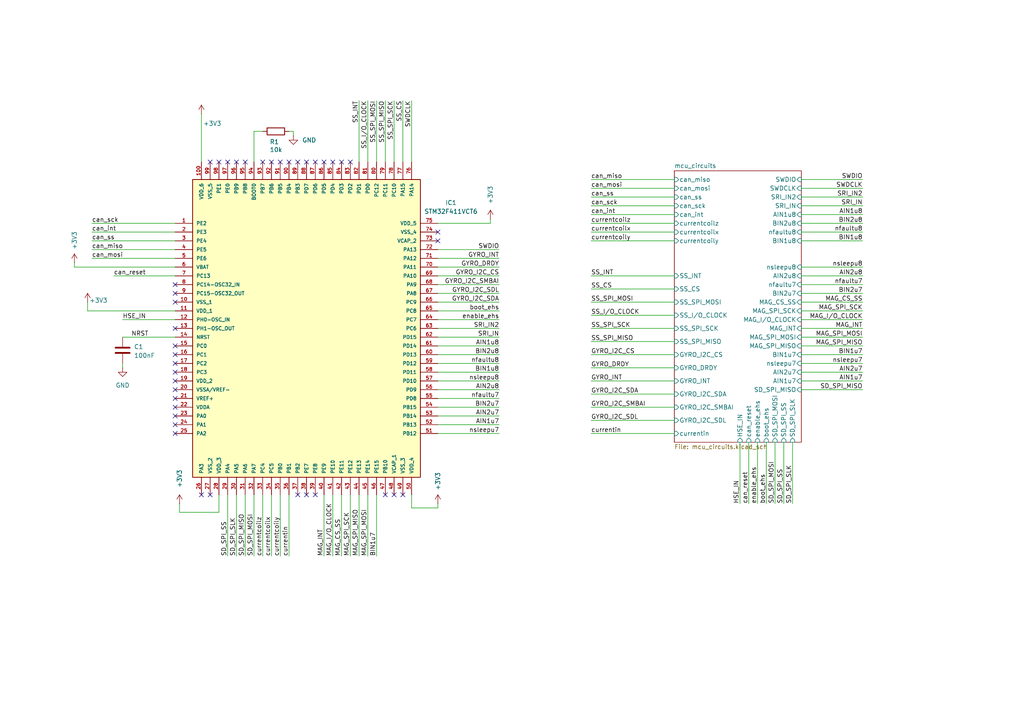
<source format=kicad_sch>
(kicad_sch (version 20231120) (generator "eeschema") (generator_version "8.0")
  (paper "A4")
  (title_block (title "Atitude determination and control system") (date "2025-02-04") (rev "1.0") (company "SpaceLab - Federal University of Santa catarina") (comment 1 "Eng. Felipe Juliano - felipecostajuliano@live.com"))
  (lib_symbols
    (symbol "Device:C" (pin_numbers hide) (pin_names (offset 0.254))
      (property "Reference" "C" (at 0.635 2.54 0))
      (property "Value" "C" (at 0.635 -2.54 0))
      (symbol "C_0_1"
        (polyline (pts (xy -2.032 -0.762) (xy 2.032 -0.762)) (stroke (width 0.508)))
        (polyline (pts (xy -2.032 0.762) (xy 2.032 0.762)) (stroke (width 0.508)))
      )
      (symbol "C_1_1"
        (pin passive line (at 0 3.81 270) (length 2.794) (name "~") (number "1"))
        (pin passive line (at 0 -3.81 90) (length 2.794) (name "~") (number "2"))
      )
    )
    (symbol "Device:R" (pin_numbers hide) (pin_names (offset 0))
      (property "Reference" "R" (at 2.032 0 90))
      (property "Value" "R" (at 0 0 90))
      (symbol "R_0_1"
        (rectangle (start -1.016 -2.54) (end 1.016 2.54) (stroke (width 0.254)))
      )
      (symbol "R_1_1"
        (pin passive line (at 0 3.81 270) (length 1.27) (name "~") (number "1"))
        (pin passive line (at 0 -3.81 90) (length 1.27) (name "~") (number "2"))
      )
    )
    (symbol "adcs_board:STM32F411VCT6" (pin_names (offset 1.016))
      (property "Reference" "IC" (at 72.39 17.78 0))
      (property "Value" "STM32F411VCT6" (at 72.39 15.24 0))
      (symbol "STM32F411VCT6_0_0"
        (rectangle (start 5.08 -73.66) (end 71.12 12.7) (stroke (width 0.254)) (fill (type background)))
        (pin bidirectional line (at 0 0 0) (length 5.08) (name "PE2") (number "1"))
        (pin bidirectional line (at 0 -22.86 0) (length 5.08) (name "VSS_1") (number "10"))
        (pin bidirectional line (at 7.62 17.78 270) (length 5.08) (name "VDD_6") (number "100"))
        (pin bidirectional line (at 0 -25.4 0) (length 5.08) (name "VDD_1") (number "11"))
        (pin bidirectional line (at 0 -27.94 0) (length 5.08) (name "PH0-OSC_IN") (number "12"))
        (pin bidirectional line (at 0 -30.48 0) (length 5.08) (name "PH1-OSC_OUT") (number "13"))
        (pin bidirectional line (at 0 -33.02 0) (length 5.08) (name "NRST") (number "14"))
        (pin bidirectional line (at 0 -35.56 0) (length 5.08) (name "PC0") (number "15"))
        (pin bidirectional line (at 0 -38.1 0) (length 5.08) (name "PC1") (number "16"))
        (pin bidirectional line (at 0 -40.64 0) (length 5.08) (name "PC2") (number "17"))
        (pin bidirectional line (at 0 -43.18 0) (length 5.08) (name "PC3") (number "18"))
        (pin bidirectional line (at 0 -45.72 0) (length 5.08) (name "VDD_2") (number "19"))
        (pin bidirectional line (at 0 -2.54 0) (length 5.08) (name "PE3") (number "2"))
        (pin bidirectional line (at 0 -48.26 0) (length 5.08) (name "VSSA/VREF-") (number "20"))
        (pin bidirectional line (at 0 -50.8 0) (length 5.08) (name "VREF+") (number "21"))
        (pin bidirectional line (at 0 -53.34 0) (length 5.08) (name "VDDA") (number "22"))
        (pin bidirectional line (at 0 -55.88 0) (length 5.08) (name "PA0") (number "23"))
        (pin bidirectional line (at 0 -58.42 0) (length 5.08) (name "PA1") (number "24"))
        (pin bidirectional line (at 0 -60.96 0) (length 5.08) (name "PA2") (number "25"))
        (pin bidirectional line (at 7.62 -78.74 90) (length 5.08) (name "PA3") (number "26"))
        (pin bidirectional line (at 10.16 -78.74 90) (length 5.08) (name "VSS_2") (number "27"))
        (pin bidirectional line (at 12.7 -78.74 90) (length 5.08) (name "VDD_3") (number "28"))
        (pin bidirectional line (at 15.24 -78.74 90) (length 5.08) (name "PA4") (number "29"))
        (pin bidirectional line (at 0 -5.08 0) (length 5.08) (name "PE4") (number "3"))
        (pin bidirectional line (at 17.78 -78.74 90) (length 5.08) (name "PA5") (number "30"))
        (pin bidirectional line (at 20.32 -78.74 90) (length 5.08) (name "PA6") (number "31"))
        (pin bidirectional line (at 22.86 -78.74 90) (length 5.08) (name "PA7") (number "32"))
        (pin bidirectional line (at 25.4 -78.74 90) (length 5.08) (name "PC4") (number "33"))
        (pin bidirectional line (at 27.94 -78.74 90) (length 5.08) (name "PC5") (number "34"))
        (pin bidirectional line (at 30.48 -78.74 90) (length 5.08) (name "PB0") (number "35"))
        (pin bidirectional line (at 33.02 -78.74 90) (length 5.08) (name "PB1") (number "36"))
        (pin bidirectional line (at 35.56 -78.74 90) (length 5.08) (name "PB2") (number "37"))
        (pin bidirectional line (at 38.1 -78.74 90) (length 5.08) (name "PE7") (number "38"))
        (pin bidirectional line (at 40.64 -78.74 90) (length 5.08) (name "PE8") (number "39"))
        (pin bidirectional line (at 0 -7.62 0) (length 5.08) (name "PE5") (number "4"))
        (pin bidirectional line (at 43.18 -78.74 90) (length 5.08) (name "PE9") (number "40"))
        (pin bidirectional line (at 45.72 -78.74 90) (length 5.08) (name "PE10") (number "41"))
        (pin bidirectional line (at 48.26 -78.74 90) (length 5.08) (name "PE11") (number "42"))
        (pin bidirectional line (at 50.8 -78.74 90) (length 5.08) (name "PE12") (number "43"))
        (pin bidirectional line (at 53.34 -78.74 90) (length 5.08) (name "PE13") (number "44"))
        (pin bidirectional line (at 55.88 -78.74 90) (length 5.08) (name "PE14") (number "45"))
        (pin bidirectional line (at 58.42 -78.74 90) (length 5.08) (name "PE15") (number "46"))
        (pin bidirectional line (at 60.96 -78.74 90) (length 5.08) (name "PB10") (number "47"))
        (pin bidirectional line (at 63.5 -78.74 90) (length 5.08) (name "VCAP_1") (number "48"))
        (pin bidirectional line (at 66.04 -78.74 90) (length 5.08) (name "VSS_3") (number "49"))
        (pin bidirectional line (at 0 -10.16 0) (length 5.08) (name "PE6") (number "5"))
        (pin bidirectional line (at 68.58 -78.74 90) (length 5.08) (name "VDD_4") (number "50"))
        (pin bidirectional line (at 76.2 -60.96 180) (length 5.08) (name "PB12") (number "51"))
        (pin bidirectional line (at 76.2 -58.42 180) (length 5.08) (name "PB13") (number "52"))
        (pin bidirectional line (at 76.2 -55.88 180) (length 5.08) (name "PB14") (number "53"))
        (pin bidirectional line (at 76.2 -53.34 180) (length 5.08) (name "PB15") (number "54"))
        (pin bidirectional line (at 76.2 -50.8 180) (length 5.08) (name "PD8") (number "55"))
        (pin bidirectional line (at 76.2 -48.26 180) (length 5.08) (name "PD9") (number "56"))
        (pin bidirectional line (at 76.2 -45.72 180) (length 5.08) (name "PD10") (number "57"))
        (pin bidirectional line (at 76.2 -43.18 180) (length 5.08) (name "PD11") (number "58"))
        (pin bidirectional line (at 76.2 -40.64 180) (length 5.08) (name "PD12") (number "59"))
        (pin bidirectional line (at 0 -12.7 0) (length 5.08) (name "VBAT") (number "6"))
        (pin bidirectional line (at 76.2 -38.1 180) (length 5.08) (name "PD13") (number "60"))
        (pin bidirectional line (at 76.2 -35.56 180) (length 5.08) (name "PD14") (number "61"))
        (pin bidirectional line (at 76.2 -33.02 180) (length 5.08) (name "PD15") (number "62"))
        (pin bidirectional line (at 76.2 -30.48 180) (length 5.08) (name "PC6") (number "63"))
        (pin bidirectional line (at 76.2 -27.94 180) (length 5.08) (name "PC7") (number "64"))
        (pin bidirectional line (at 76.2 -25.4 180) (length 5.08) (name "PC8") (number "65"))
        (pin bidirectional line (at 76.2 -22.86 180) (length 5.08) (name "PC9") (number "66"))
        (pin bidirectional line (at 76.2 -20.32 180) (length 5.08) (name "PA8") (number "67"))
        (pin bidirectional line (at 76.2 -17.78 180) (length 5.08) (name "PA9") (number "68"))
        (pin bidirectional line (at 76.2 -15.24 180) (length 5.08) (name "PA10") (number "69"))
        (pin bidirectional line (at 0 -15.24 0) (length 5.08) (name "PC13") (number "7"))
        (pin bidirectional line (at 76.2 -12.7 180) (length 5.08) (name "PA11") (number "70"))
        (pin bidirectional line (at 76.2 -10.16 180) (length 5.08) (name "PA12") (number "71"))
        (pin bidirectional line (at 76.2 -7.62 180) (length 5.08) (name "PA13") (number "72"))
        (pin bidirectional line (at 76.2 -5.08 180) (length 5.08) (name "VCAP_2") (number "73"))
        (pin bidirectional line (at 76.2 -2.54 180) (length 5.08) (name "VSS_4") (number "74"))
        (pin bidirectional line (at 76.2 0 180) (length 5.08) (name "VDD_5") (number "75"))
        (pin bidirectional line (at 68.58 17.78 270) (length 5.08) (name "PA14") (number "76"))
        (pin bidirectional line (at 66.04 17.78 270) (length 5.08) (name "PA15") (number "77"))
        (pin bidirectional line (at 63.5 17.78 270) (length 5.08) (name "PC10") (number "78"))
        (pin bidirectional line (at 60.96 17.78 270) (length 5.08) (name "PC11") (number "79"))
        (pin bidirectional line (at 0 -17.78 0) (length 5.08) (name "PC14-OSC32_IN") (number "8"))
        (pin bidirectional line (at 58.42 17.78 270) (length 5.08) (name "PC12") (number "80"))
        (pin bidirectional line (at 55.88 17.78 270) (length 5.08) (name "PD0") (number "81"))
        (pin bidirectional line (at 53.34 17.78 270) (length 5.08) (name "PD1") (number "82"))
        (pin bidirectional line (at 50.8 17.78 270) (length 5.08) (name "PD2") (number "83"))
        (pin bidirectional line (at 48.26 17.78 270) (length 5.08) (name "PD3") (number "84"))
        (pin bidirectional line (at 45.72 17.78 270) (length 5.08) (name "PD4") (number "85"))
        (pin bidirectional line (at 43.18 17.78 270) (length 5.08) (name "PD5") (number "86"))
        (pin bidirectional line (at 40.64 17.78 270) (length 5.08) (name "PD6") (number "87"))
        (pin bidirectional line (at 38.1 17.78 270) (length 5.08) (name "PD7") (number "88"))
        (pin bidirectional line (at 35.56 17.78 270) (length 5.08) (name "PB3") (number "89"))
        (pin bidirectional line (at 0 -20.32 0) (length 5.08) (name "PC15-OSC32_OUT") (number "9"))
        (pin bidirectional line (at 33.02 17.78 270) (length 5.08) (name "PB4") (number "90"))
        (pin bidirectional line (at 30.48 17.78 270) (length 5.08) (name "PB5") (number "91"))
        (pin bidirectional line (at 27.94 17.78 270) (length 5.08) (name "PB6") (number "92"))
        (pin bidirectional line (at 25.4 17.78 270) (length 5.08) (name "PB7") (number "93"))
        (pin bidirectional line (at 22.86 17.78 270) (length 5.08) (name "BOOT0") (number "94"))
        (pin bidirectional line (at 20.32 17.78 270) (length 5.08) (name "PB8") (number "95"))
        (pin bidirectional line (at 17.78 17.78 270) (length 5.08) (name "PB9") (number "96"))
        (pin bidirectional line (at 15.24 17.78 270) (length 5.08) (name "PE0") (number "97"))
        (pin bidirectional line (at 12.7 17.78 270) (length 5.08) (name "PE1") (number "98"))
        (pin bidirectional line (at 10.16 17.78 270) (length 5.08) (name "VSS_5") (number "99"))
      )
    )
    (symbol "power:+3V3" (power) (pin_numbers hide) (pin_names (offset 0) hide)
      (property "Value" "+3V3" (at 0 3.556 0))
      (symbol "+3V3_0_1"
        (polyline (pts (xy -0.762 1.27) (xy 0 2.54)))
        (polyline (pts (xy 0 0) (xy 0 2.54)))
        (polyline (pts (xy 0 2.54) (xy 0.762 1.27)))
      )
      (symbol "+3V3_1_1"
        (pin power_in line (at 0 0 90) (length 0) (name "~") (number "1"))
      )
    )
    (symbol "power:GND" (power) (pin_numbers hide) (pin_names (offset 0) hide)
      (property "Value" "GND" (at 0 -3.81 0))
      (symbol "GND_0_1"
        (polyline (pts (xy 0 0) (xy 0 -1.27) (xy 1.27 -1.27) (xy 0 -2.54) (xy -1.27 -1.27) (xy 0 -1.27)))
      )
      (symbol "GND_1_1"
        (pin power_in line (at 0 0 270) (length 0) (name "~") (number "1"))
      )
    )
  )
  (no_connect (at 116.84 143.51))
  (no_connect (at 50.8 100.33))
  (no_connect (at 50.8 85.09))
  (no_connect (at 76.2 46.99))
  (no_connect (at 86.36 143.51))
  (no_connect (at 81.28 46.99))
  (no_connect (at 63.5 46.99))
  (no_connect (at 50.8 113.03))
  (no_connect (at 91.44 46.99))
  (no_connect (at 71.12 46.99))
  (no_connect (at 58.42 143.51))
  (no_connect (at 50.8 82.55))
  (no_connect (at 50.8 123.19))
  (no_connect (at 50.8 125.73))
  (no_connect (at 127 69.85))
  (no_connect (at 99.06 46.99))
  (no_connect (at 91.44 143.51))
  (no_connect (at 50.8 95.25))
  (no_connect (at 86.36 46.99))
  (no_connect (at 50.8 87.63))
  (no_connect (at 66.04 46.99))
  (no_connect (at 114.3 143.51))
  (no_connect (at 50.8 105.41))
  (no_connect (at 50.8 118.11))
  (no_connect (at 93.98 46.99))
  (no_connect (at 111.76 143.51))
  (no_connect (at 83.82 46.99))
  (no_connect (at 78.74 46.99))
  (no_connect (at 101.6 46.99))
  (no_connect (at 88.9 143.51))
  (no_connect (at 50.8 102.87))
  (no_connect (at 50.8 107.95))
  (no_connect (at 50.8 120.65))
  (no_connect (at 127 67.31))
  (no_connect (at 96.52 46.99))
  (no_connect (at 68.58 46.99))
  (no_connect (at 60.96 143.51))
  (no_connect (at 88.9 46.99))
  (no_connect (at 50.8 110.49))
  (no_connect (at 50.8 115.57))
  (no_connect (at 60.96 46.99))
  (wire (pts (xy 50.8 67.31) (xy 26.67 67.31)))
  (wire (pts (xy 35.56 97.79) (xy 50.8 97.79)))
  (wire (pts (xy 195.58 67.31) (xy 171.45 67.31)))
  (wire (pts (xy 68.58 143.51) (xy 68.58 161.29)))
  (wire (pts (xy 52.07 148.59) (xy 63.5 148.59)))
  (wire (pts (xy 195.58 69.85) (xy 171.45 69.85)))
  (wire (pts (xy 127 85.09) (xy 144.78 85.09)))
  (wire (pts (xy 195.58 54.61) (xy 171.45 54.61)))
  (wire (pts (xy 127 90.17) (xy 144.78 90.17)))
  (wire (pts (xy 250.19 113.03) (xy 232.41 113.03)))
  (wire (pts (xy 25.4 90.17) (xy 50.8 90.17)))
  (wire (pts (xy 144.78 102.87) (xy 127 102.87)))
  (wire (pts (xy 83.82 143.51) (xy 83.82 161.29)))
  (wire (pts (xy 144.78 110.49) (xy 127 110.49)))
  (wire (pts (xy 222.25 128.27) (xy 222.25 146.05)))
  (wire (pts (xy 73.66 143.51) (xy 73.66 161.29)))
  (wire (pts (xy 250.19 110.49) (xy 232.41 110.49)))
  (wire (pts (xy 76.2 38.1) (xy 73.66 38.1)))
  (wire (pts (xy 250.19 107.95) (xy 232.41 107.95)))
  (wire (pts (xy 195.58 95.25) (xy 171.45 95.25)))
  (wire (pts (xy 21.59 76.2) (xy 21.59 77.47)))
  (wire (pts (xy 144.78 95.25) (xy 127 95.25)))
  (wire (pts (xy 219.71 128.27) (xy 219.71 146.05)))
  (wire (pts (xy 250.19 85.09) (xy 232.41 85.09)))
  (wire (pts (xy 144.78 105.41) (xy 127 105.41)))
  (wire (pts (xy 144.78 123.19) (xy 127 123.19)))
  (wire (pts (xy 195.58 121.92) (xy 171.45 121.92)))
  (wire (pts (xy 195.58 64.77) (xy 171.45 64.77)))
  (wire (pts (xy 127 74.93) (xy 144.78 74.93)))
  (wire (pts (xy 96.52 161.29) (xy 96.52 143.51)))
  (wire (pts (xy 195.58 59.69) (xy 171.45 59.69)))
  (wire (pts (xy 111.76 46.99) (xy 111.76 29.21)))
  (wire (pts (xy 21.59 77.47) (xy 50.8 77.47)))
  (wire (pts (xy 93.98 143.51) (xy 93.98 161.29)))
  (wire (pts (xy 195.58 114.3) (xy 171.45 114.3)))
  (wire (pts (xy 144.78 107.95) (xy 127 107.95)))
  (wire (pts (xy 250.19 62.23) (xy 232.41 62.23)))
  (wire (pts (xy 66.04 143.51) (xy 66.04 161.29)))
  (wire (pts (xy 250.19 67.31) (xy 232.41 67.31)))
  (wire (pts (xy 229.87 128.27) (xy 229.87 146.05)))
  (wire (pts (xy 195.58 83.82) (xy 171.45 83.82)))
  (wire (pts (xy 35.56 105.41) (xy 35.56 106.68)))
  (wire (pts (xy 250.19 54.61) (xy 232.41 54.61)))
  (wire (pts (xy 50.8 80.01) (xy 33.02 80.01)))
  (wire (pts (xy 144.78 100.33) (xy 127 100.33)))
  (wire (pts (xy 195.58 91.44) (xy 171.45 91.44)))
  (wire (pts (xy 52.07 148.59) (xy 52.07 146.05)))
  (wire (pts (xy 127 92.71) (xy 144.78 92.71)))
  (wire (pts (xy 58.42 46.99) (xy 58.42 33.02)))
  (wire (pts (xy 127 147.32) (xy 127 146.05)))
  (wire (pts (xy 99.06 161.29) (xy 99.06 143.51)))
  (wire (pts (xy 250.19 87.63) (xy 232.41 87.63)))
  (wire (pts (xy 224.79 128.27) (xy 224.79 146.05)))
  (wire (pts (xy 83.82 38.1) (xy 85.09 38.1)))
  (wire (pts (xy 250.19 97.79) (xy 232.41 97.79)))
  (wire (pts (xy 50.8 69.85) (xy 26.67 69.85)))
  (wire (pts (xy 250.19 82.55) (xy 232.41 82.55)))
  (wire (pts (xy 76.2 143.51) (xy 76.2 161.29)))
  (wire (pts (xy 119.38 147.32) (xy 119.38 143.51)))
  (wire (pts (xy 250.19 57.15) (xy 232.41 57.15)))
  (wire (pts (xy 78.74 143.51) (xy 78.74 161.29)))
  (wire (pts (xy 85.09 38.1) (xy 85.09 39.37)))
  (wire (pts (xy 214.63 128.27) (xy 214.63 146.05)))
  (wire (pts (xy 250.19 102.87) (xy 232.41 102.87)))
  (wire (pts (xy 195.58 102.87) (xy 171.45 102.87)))
  (wire (pts (xy 104.14 46.99) (xy 104.14 29.21)))
  (wire (pts (xy 250.19 69.85) (xy 232.41 69.85)))
  (wire (pts (xy 250.19 95.25) (xy 232.41 95.25)))
  (wire (pts (xy 127 147.32) (xy 119.38 147.32)))
  (wire (pts (xy 195.58 62.23) (xy 171.45 62.23)))
  (wire (pts (xy 109.22 46.99) (xy 109.22 29.21)))
  (wire (pts (xy 250.19 64.77) (xy 232.41 64.77)))
  (wire (pts (xy 104.14 143.51) (xy 104.14 161.29)))
  (wire (pts (xy 195.58 57.15) (xy 171.45 57.15)))
  (wire (pts (xy 25.4 87.63) (xy 25.4 90.17)))
  (wire (pts (xy 127 80.01) (xy 144.78 80.01)))
  (wire (pts (xy 250.19 80.01) (xy 232.41 80.01)))
  (wire (pts (xy 144.78 120.65) (xy 127 120.65)))
  (wire (pts (xy 50.8 72.39) (xy 26.67 72.39)))
  (wire (pts (xy 195.58 118.11) (xy 171.45 118.11)))
  (wire (pts (xy 50.8 74.93) (xy 26.67 74.93)))
  (wire (pts (xy 35.56 92.71) (xy 50.8 92.71)))
  (wire (pts (xy 144.78 113.03) (xy 127 113.03)))
  (wire (pts (xy 106.68 161.29) (xy 106.68 143.51)))
  (wire (pts (xy 101.6 161.29) (xy 101.6 143.51)))
  (wire (pts (xy 81.28 143.51) (xy 81.28 161.29)))
  (wire (pts (xy 71.12 161.29) (xy 71.12 143.51)))
  (wire (pts (xy 250.19 90.17) (xy 232.41 90.17)))
  (wire (pts (xy 114.3 46.99) (xy 114.3 29.21)))
  (wire (pts (xy 127 82.55) (xy 144.78 82.55)))
  (wire (pts (xy 195.58 52.07) (xy 171.45 52.07)))
  (wire (pts (xy 144.78 118.11) (xy 127 118.11)))
  (wire (pts (xy 144.78 125.73) (xy 127 125.73)))
  (wire (pts (xy 127 77.47) (xy 144.78 77.47)))
  (wire (pts (xy 195.58 106.68) (xy 171.45 106.68)))
  (wire (pts (xy 195.58 87.63) (xy 171.45 87.63)))
  (wire (pts (xy 116.84 46.99) (xy 116.84 29.21)))
  (wire (pts (xy 250.19 105.41) (xy 232.41 105.41)))
  (wire (pts (xy 142.24 63.5) (xy 142.24 64.77)))
  (wire (pts (xy 144.78 97.79) (xy 127 97.79)))
  (wire (pts (xy 144.78 115.57) (xy 127 115.57)))
  (wire (pts (xy 250.19 59.69) (xy 232.41 59.69)))
  (wire (pts (xy 127 87.63) (xy 144.78 87.63)))
  (wire (pts (xy 250.19 52.07) (xy 232.41 52.07)))
  (wire (pts (xy 195.58 125.73) (xy 171.45 125.73)))
  (wire (pts (xy 73.66 38.1) (xy 73.66 46.99)))
  (wire (pts (xy 250.19 77.47) (xy 232.41 77.47)))
  (wire (pts (xy 195.58 80.01) (xy 171.45 80.01)))
  (wire (pts (xy 106.68 46.99) (xy 106.68 29.21)))
  (wire (pts (xy 109.22 161.29) (xy 109.22 143.51)))
  (wire (pts (xy 250.19 92.71) (xy 232.41 92.71)))
  (wire (pts (xy 142.24 64.77) (xy 127 64.77)))
  (wire (pts (xy 217.17 128.27) (xy 217.17 146.05)))
  (wire (pts (xy 119.38 29.21) (xy 119.38 46.99)))
  (wire (pts (xy 144.78 72.39) (xy 127 72.39)))
  (wire (pts (xy 250.19 100.33) (xy 232.41 100.33)))
  (wire (pts (xy 50.8 64.77) (xy 26.67 64.77)))
  (wire (pts (xy 195.58 99.06) (xy 171.45 99.06)))
  (wire (pts (xy 195.58 110.49) (xy 171.45 110.49)))
  (wire (pts (xy 63.5 148.59) (xy 63.5 143.51)))
  (wire (pts (xy 227.33 128.27) (xy 227.33 146.05)))
  (label "MAG_INT" (at 93.98 161.29 90))
  (label "SS_CS" (at 116.84 29.21 270))
  (label "NRST" (at 38.1 97.79 0))
  (label "SS_I{slash}O_CLOCK" (at 106.68 29.21 270))
  (label "SRI_IN2" (at 250.19 57.15 180))
  (label "GYRO_INT" (at 171.45 110.49 0))
  (label "AIN2u8" (at 144.78 113.03 180))
  (label "MAG_CS_SS" (at 99.06 161.29 90))
  (label "can_ss" (at 171.45 57.15 0))
  (label "BIN2u8" (at 144.78 102.87 180))
  (label "SD_SPI_SS" (at 227.33 146.05 90))
  (label "GYRO_DRDY" (at 171.45 106.68 0))
  (label "MAG_SPI_MISO" (at 250.19 100.33 180))
  (label "currentin" (at 171.45 125.73 0))
  (label "AIN2u7" (at 250.19 107.95 180))
  (label "currentcoilx" (at 171.45 67.31 0))
  (label "SS_SPI_MISO" (at 111.76 29.21 270))
  (label "SD_SPI_MOSI" (at 224.79 146.05 90))
  (label "SS_INT" (at 171.45 80.01 0))
  (label "SD_SPI_SLK" (at 68.58 161.29 90))
  (label "SWDIO" (at 144.78 72.39 180))
  (label "BIN1u8" (at 250.19 69.85 180))
  (label "GYRO_I2C_SDA" (at 171.45 114.3 0))
  (label "BIN1u7" (at 109.22 161.29 90))
  (label "can_sck" (at 171.45 59.69 0))
  (label "nfaultu7" (at 250.19 82.55 180))
  (label "SD_SPI_SLK" (at 229.87 146.05 90))
  (label "MAG_I{slash}O_CLOCK" (at 250.19 92.71 180))
  (label "MAG_SPI_MOSI" (at 106.68 161.29 90))
  (label "can_int" (at 26.67 67.31 0))
  (label "can_miso" (at 171.45 52.07 0))
  (label "nfaultu8" (at 250.19 67.31 180))
  (label "nfaultu7" (at 144.78 115.57 180))
  (label "SRI_IN" (at 250.19 59.69 180))
  (label "SRI_IN" (at 144.78 97.79 180))
  (label "GYRO_I2C_SDL" (at 171.45 121.92 0))
  (label "SS_SPI_SCK" (at 171.45 95.25 0))
  (label "currentcoily" (at 81.28 161.29 90))
  (label "MAG_SPI_SCK" (at 101.6 161.29 90))
  (label "GYRO_I2C_SMBAI" (at 144.78 82.55 180))
  (label "AIN1u7" (at 250.19 110.49 180))
  (label "nsleepu7" (at 144.78 125.73 180))
  (label "AIN1u8" (at 250.19 62.23 180))
  (label "GYRO_I2C_CS" (at 144.78 80.01 180))
  (label "nfaultu8" (at 144.78 105.41 180))
  (label "BIN2u8" (at 250.19 64.77 180))
  (label "currentcoily" (at 171.45 69.85 0))
  (label "currentcoilz" (at 171.45 64.77 0))
  (label "nsleepu8" (at 250.19 77.47 180))
  (label "SS_I{slash}O_CLOCK" (at 171.45 91.44 0))
  (label "can_reset" (at 33.02 80.01 0))
  (label "SD_SPI_MISO" (at 250.19 113.03 180))
  (label "SS_CS" (at 171.45 83.82 0))
  (label "SS_SPI_MOSI" (at 109.22 29.21 270))
  (label "can_sck" (at 26.67 64.77 0))
  (label "MAG_INT" (at 250.19 95.25 180))
  (label "AIN2u7" (at 144.78 120.65 180))
  (label "MAG_SPI_MISO" (at 104.14 161.29 90))
  (label "boot_ehs" (at 144.78 90.17 180))
  (label "boot_ehs" (at 222.25 146.05 90))
  (label "HSE_IN" (at 35.56 92.71 0))
  (label "GYRO_I2C_SMBAI" (at 171.45 118.11 0))
  (label "SS_SPI_SCK" (at 114.3 29.21 270))
  (label "can_reset" (at 217.17 146.05 90))
  (label "SWDCLK" (at 250.19 54.61 180))
  (label "BIN2u7" (at 144.78 118.11 180))
  (label "BIN2u7" (at 250.19 85.09 180))
  (label "MAG_SPI_SCK" (at 250.19 90.17 180))
  (label "BIN1u8" (at 144.78 107.95 180))
  (label "GYRO_INT" (at 144.78 74.93 180))
  (label "SD_SPI_MOSI" (at 73.66 161.29 90))
  (label "SRI_IN2" (at 144.78 95.25 180))
  (label "can_miso" (at 26.67 72.39 0))
  (label "can_mosi" (at 171.45 54.61 0))
  (label "SS_INT" (at 104.14 29.21 270))
  (label "enable_ehs" (at 144.78 92.71 180))
  (label "GYRO_I2C_SDL" (at 144.78 85.09 180))
  (label "SD_SPI_MISO" (at 71.12 161.29 90))
  (label "MAG_I{slash}O_CLOCK" (at 96.52 161.29 90))
  (label "SD_SPI_SS" (at 66.04 161.29 90))
  (label "currentcoilx" (at 78.74 161.29 90))
  (label "AIN1u8" (at 144.78 100.33 180))
  (label "SWDIO" (at 250.19 52.07 180))
  (label "SWDCLK" (at 119.38 29.21 270))
  (label "AIN2u8" (at 250.19 80.01 180))
  (label "BIN1u7" (at 250.19 102.87 180))
  (label "MAG_SPI_MOSI" (at 250.19 97.79 180))
  (label "enable_ehs" (at 219.71 146.05 90))
  (label "nsleepu8" (at 144.78 110.49 180))
  (label "SS_SPI_MISO" (at 171.45 99.06 0))
  (label "HSE_IN" (at 214.63 146.05 90))
  (label "can_ss" (at 26.67 69.85 0))
  (label "can_int" (at 171.45 62.23 0))
  (label "nsleepu7" (at 250.19 105.41 180))
  (label "AIN1u7" (at 144.78 123.19 180))
  (label "can_mosi" (at 26.67 74.93 0))
  (label "currentcoilz" (at 76.2 161.29 90))
  (label "GYRO_I2C_SDA" (at 144.78 87.63 180))
  (label "SS_SPI_MOSI" (at 171.45 87.63 0))
  (label "GYRO_I2C_CS" (at 171.45 102.87 0))
  (label "currentin" (at 83.82 161.29 90))
  (label "GYRO_DRDY" (at 144.78 77.47 180))
  (label "MAG_CS_SS" (at 250.19 87.63 180))
  (symbol (lib_id "power:+3V3") (at 127 146.05 0) (unit 1)
    (property "Reference" "#PWR06" (effects (hide yes)))
    (property "Value" "+3V3" (at 127 142.24 90) (effects (justify left)))
    (property "Description" "Power symbol creates a global label with name \"+3V3\"" (effects (hide yes)))
  )
  (symbol (lib_id "power:+3V3") (at 52.07 146.05 0) (unit 1)
    (property "Reference" "#PWR07" (effects (hide yes)))
    (property "Value" "+3V3" (at 52.07 141.478 90) (effects (justify left)))
    (property "Description" "Power symbol creates a global label with name \"+3V3\"" (effects (hide yes)))
  )
  (symbol (lib_id "adcs_board:STM32F411VCT6") (at 50.8 64.77 0) (unit 1)
    (property "Reference" "IC1" (at 130.81 58.8008 0))
    (property "Value" "STM32F411VCT6" (at 130.81 61.3408 0))
    (property "Footprint" "adcs_board:QFP50P1600X1600X160-100N" (effects (hide yes)))
    (property "Manufacturer_Name" "STMicroelectronics" (effects (hide yes)))
    (property "MF" "STMicroelectronics" (effects (hide yes)))
    (property "Mouser_Price-Stock" "https://www.mouser.co.uk/ProductDetail/STMicroelectronics/STM32F411VCT6?qs=9MuLHSklicpA%252Boq5qlUbUA%3D%3D" (effects (hide yes)))
    (property "Description_1" "\n                        \n                            ARM® Cortex®-M4 STM32F4 Microcontroller IC 32-Bit Single-Core 100MHz 256KB (256K x 8) FLASH 100-LQFP (14x14)\n                        \n" (effects (hide yes)))
    (property "Mouser_Part_Number" "511-STM32F411VCT6" (effects (hide yes)))
    (property "Price" "None" (effects (hide yes)))
    (property "Package" "LQFP-100 STMicroelectronics" (effects (hide yes)))
    (property "Check_prices" "https://www.snapeda.com/parts/STM32F411VCT6/STMicroelectronics/view-part/?ref=eda" (effects (hide yes)))
    (property "Height" "1.6mm" (effects (hide yes)))
    (property "MP" "STM32F411VCT6" (effects (hide yes)))
    (property "SnapEDA_Link" "https://www.snapeda.com/parts/STM32F411VCT6/STMicroelectronics/view-part/?ref=snap" (effects (hide yes)))
    (property "Arrow_Price-Stock" "https://www.arrow.com/en/products/stm32f411vct6/stmicroelectronics?region=nac" (effects (hide yes)))
    (property "Arrow_Part_Number" "STM32F411VCT6" (effects (hide yes)))
    (property "Availability" "In Stock" (effects (hide yes)))
    (property "Manufacturer_Part_Number" "STM32F411VCT6" (effects (hide yes)))
  )
  (symbol (lib_id "power:+3V3") (at 25.4 87.63 0) (unit 1)
    (property "Reference" "#PWR08" (effects (hide yes)))
    (property "Value" "+3V3" (at 25.908 87.122 0) (effects (justify left)))
    (property "Description" "Power symbol creates a global label with name \"+3V3\"" (effects (hide yes)))
  )
  (symbol (lib_id "Device:C") (at 35.56 101.6 0) (unit 1)
    (property "Reference" "C1" (at 38.862 100.584 0) (effects (justify left)))
    (property "Value" "100nF" (at 38.862 103.124 0) (effects (justify left)))
    (property "Footprint" "Capacitor_SMD:C_0402_1005Metric_Pad0.74x0.62mm_HandSolder" (effects (hide yes)))
    (property "Description" "Unpolarized capacitor" (effects (hide yes)))
  )
  (symbol (lib_id "Device:R") (at 80.01 38.1 270) (unit 1)
    (property "Reference" "R1" (at 78.232 41.148 90) (effects (justify left)))
    (property "Value" "10k" (at 78.232 43.434 90) (effects (justify left)))
    (property "Footprint" "Resistor_SMD:R_0402_1005Metric_Pad0.72x0.64mm_HandSolder" (effects (hide yes)))
  )
  (symbol (lib_id "power:GND") (at 35.56 106.68 0) (unit 1)
    (property "Reference" "#PWR01" (effects (hide yes)))
    (property "Value" "GND" (at 35.56 111.76 0))
    (property "Description" "Power symbol creates a global label with name \"GND\" , ground" (effects (hide yes)))
  )
  (symbol (lib_id "power:+3V3") (at 142.24 63.5 0) (unit 1)
    (property "Reference" "#PWR05" (effects (hide yes)))
    (property "Value" "+3V3" (at 142.24 59.182 90) (effects (justify left)))
    (property "Description" "Power symbol creates a global label with name \"+3V3\"" (effects (hide yes)))
  )
  (symbol (lib_id "power:+3V3") (at 58.42 33.02 0) (unit 1)
    (property "Reference" "#PWR04" (effects (hide yes)))
    (property "Value" "+3V3" (at 58.928 35.814 0) (effects (justify left)))
    (property "Description" "Power symbol creates a global label with name \"+3V3\"" (effects (hide yes)))
  )
  (symbol (lib_id "power:+3V3") (at 21.59 76.2 0) (unit 1)
    (property "Reference" "#PWR02" (effects (hide yes)))
    (property "Value" "+3V3" (at 21.59 72.39 90) (effects (justify left)))
    (property "Description" "Power symbol creates a global label with name \"+3V3\"" (effects (hide yes)))
  )
  (symbol (lib_id "power:GND") (at 85.09 39.37 0) (unit 1)
    (property "Reference" "#PWR03" (effects (hide yes)))
    (property "Value" "GND" (at 87.63 40.6399 0) (effects (justify left)))
    (property "Description" "Power symbol creates a global label with name \"GND\" , ground" (effects (hide yes)))
  )
  (sheet (at 195.58 49.53) (size 36.83 78.74) (stroke (width 0.1524))
    (property "Sheetname" "mcu_circuits" (at 195.58 48.8184 0) (effects (justify left bottom)))
    (property "Sheetfile" "mcu_circuits.kicad_sch" (at 195.58 128.8546 0) (effects (justify left top)))
    (pin "GYRO_I2C_CS" input (at 195.58 102.87 180))
    (pin "GYRO_DRDY" input (at 195.58 106.68 180))
    (pin "GYRO_INT" input (at 195.58 110.49 180))
    (pin "GYRO_I2C_SDA" input (at 195.58 114.3 180))
    (pin "GYRO_I2C_SMBAI" input (at 195.58 118.11 180))
    (pin "GYRO_I2C_SDL" input (at 195.58 121.92 180))
    (pin "currentin" input (at 195.58 125.73 180))
    (pin "enable_ehs" input (at 219.71 128.27 270))
    (pin "boot_ehs" input (at 222.25 128.27 270))
    (pin "SD_SPI_MOSI" input (at 224.79 128.27 270))
    (pin "SD_SPI_SS" input (at 227.33 128.27 270))
    (pin "SD_SPI_SLK" input (at 229.87 128.27 270))
    (pin "SD_SPI_MISO" input (at 232.41 113.03 0))
    (pin "AIN1u7" input (at 232.41 110.49 0))
    (pin "AIN2u7" input (at 232.41 107.95 0))
    (pin "nsleepu7" input (at 232.41 105.41 0))
    (pin "BIN1u7" input (at 232.41 102.87 0))
    (pin "MAG_SPI_MISO" input (at 232.41 100.33 0))
    (pin "MAG_SPI_MOSI" input (at 232.41 97.79 0))
    (pin "MAG_INT" input (at 232.41 95.25 0))
    (pin "MAG_I{slash}O_CLOCK" input (at 232.41 92.71 0))
    (pin "MAG_SPI_SCK" input (at 232.41 90.17 0))
    (pin "MAG_CS_SS" input (at 232.41 87.63 0))
    (pin "BIN2u7" input (at 232.41 85.09 0))
    (pin "nfaultu7" input (at 232.41 82.55 0))
    (pin "AIN2u8" input (at 232.41 80.01 0))
    (pin "nsleepu8" input (at 232.41 77.47 0))
    (pin "BIN1u8" input (at 232.41 69.85 0))
    (pin "nfaultu8" input (at 232.41 67.31 0))
    (pin "BIN2u8" input (at 232.41 64.77 0))
    (pin "AIN1u8" input (at 232.41 62.23 0))
    (pin "SS_INT" input (at 195.58 80.01 180))
    (pin "SS_CS" input (at 195.58 83.82 180))
    (pin "SS_SPI_MOSI" input (at 195.58 87.63 180))
    (pin "SS_I{slash}O_CLOCK" input (at 195.58 91.44 180))
    (pin "SS_SPI_SCK" input (at 195.58 95.25 180))
    (pin "SS_SPI_MISO" input (at 195.58 99.06 180))
    (pin "SRI_IN" input (at 232.41 59.69 0))
    (pin "SRI_IN2" input (at 232.41 57.15 0))
    (pin "SWDCLK" input (at 232.41 54.61 0))
    (pin "SWDIO" input (at 232.41 52.07 0))
    (pin "currentcoily" input (at 195.58 69.85 180))
    (pin "currentcoilx" input (at 195.58 67.31 180))
    (pin "currentcoilz" input (at 195.58 64.77 180))
    (pin "can_int" input (at 195.58 62.23 180))
    (pin "can_sck" input (at 195.58 59.69 180))
    (pin "can_ss" input (at 195.58 57.15 180))
    (pin "can_mosi" input (at 195.58 54.61 180))
    (pin "can_miso" input (at 195.58 52.07 180))
    (pin "can_reset" input (at 217.17 128.27 270))
    (pin "HSE_IN" input (at 214.63 128.27 270))
  )
)
</source>
